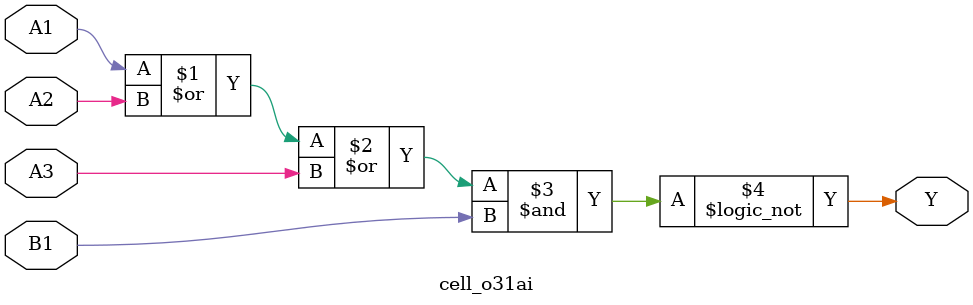
<source format=v>
`timescale 1ps/1ps
module cell_o31ai
(
    input wire A1,
    input wire A2,
    input wire A3,
    input wire B1,
    output wire Y
);
    assign Y = !((A1 | A2 | A3) & B1);
endmodule

</source>
